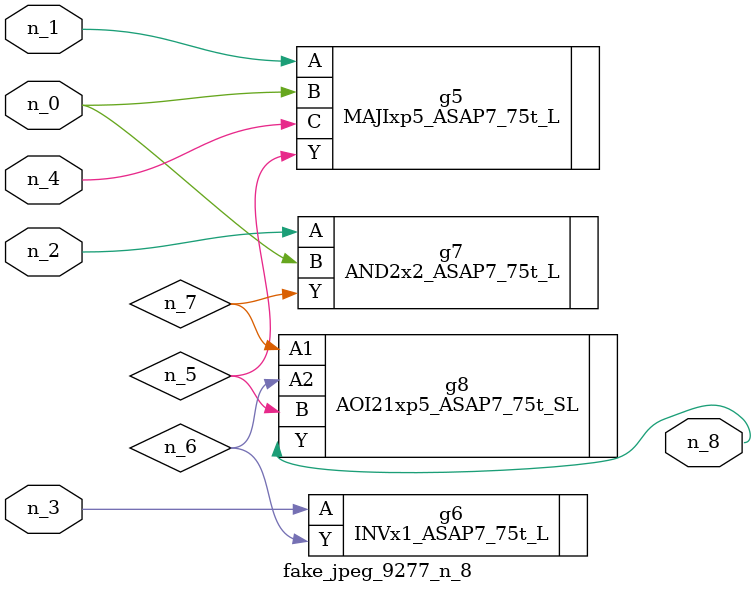
<source format=v>
module fake_jpeg_9277_n_8 (n_3, n_2, n_1, n_0, n_4, n_8);

input n_3;
input n_2;
input n_1;
input n_0;
input n_4;

output n_8;

wire n_6;
wire n_5;
wire n_7;

MAJIxp5_ASAP7_75t_L g5 ( 
.A(n_1),
.B(n_0),
.C(n_4),
.Y(n_5)
);

INVx1_ASAP7_75t_L g6 ( 
.A(n_3),
.Y(n_6)
);

AND2x2_ASAP7_75t_L g7 ( 
.A(n_2),
.B(n_0),
.Y(n_7)
);

AOI21xp5_ASAP7_75t_SL g8 ( 
.A1(n_7),
.A2(n_6),
.B(n_5),
.Y(n_8)
);


endmodule
</source>
